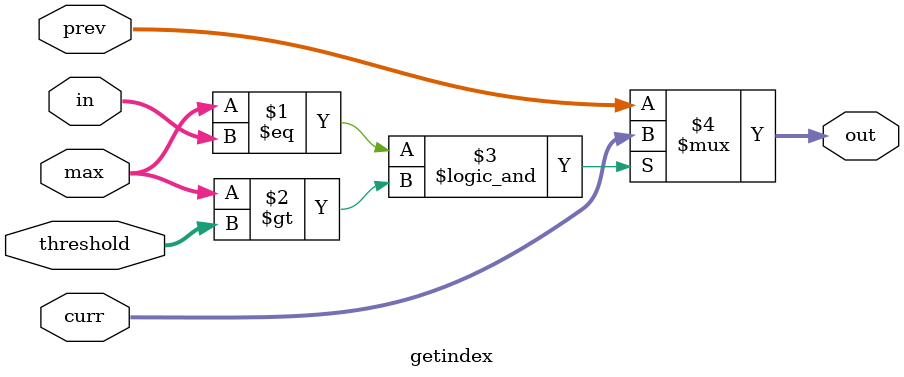
<source format=v>
module getmax(input [2375:0] in, input [26:0] threshold, output [6:0] out);
    //Stores the intermediate max values
    //[26:0] contains the max value out of all
    wire [2402:0] maxvalues;
    //[6:0] stores the index of highest amplitude
    //Note, indices go from high -> low
    wire [622:0] index;
    //Stores the reference indices
    //88 => A0
    //1 => C8
    wire [615:0] indices = {7'h58, 7'h57, 7'h56, 7'h55, 7'h54, 7'h53, 7'h52, 7'h51, 7'h50, 
                            7'h4f, 7'h4e, 7'h4d, 7'h4c, 7'h4b, 7'h4a, 7'h49, 7'h48, 7'h47, 7'h46, 7'h45, 7'h44, 7'h43, 7'h42, 7'h41, 7'h40, 
                            7'h3f, 7'h3e, 7'h3d, 7'h3c, 7'h3b, 7'h3a, 7'h39, 7'h38, 7'h37, 7'h36, 7'h35, 7'h34, 7'h33, 7'h32, 7'h31, 7'h30, 
                            7'h2f, 7'h2e, 7'h2d, 7'h2c, 7'h2b, 7'h2a, 7'h29, 7'h28, 7'h27, 7'h26, 7'h25, 7'h24, 7'h23, 7'h22, 7'h21, 7'h20, 
                            7'h1f, 7'h1e, 7'h1d, 7'h1c, 7'h1b, 7'h1a, 7'h19, 7'h18, 7'h17, 7'h16, 7'h15, 7'h14, 7'h13, 7'h12, 7'h11, 7'h10, 
                            7'hf, 7'he, 7'hd, 7'hc, 7'hb, 7'ha, 7'h9, 7'h8, 7'h7, 7'h6, 7'h5, 7'h4, 7'h3, 7'h2, 7'h1 };
    

    assign maxvalues[2402:2376] = 0;
    assign index[622:616] = 0;


    genvar i;
    generate
        for (i = 89; i > 1; i = i - 1) begin : for_compare
            compare compare(in[(i - 1) * 27 - 1 : (i - 2) * 27], maxvalues[i * 27 - 1 : (i - 1) * 27], maxvalues[(i - 1) * 27 - 1 : (i - 2) * 27]);
        end
    endgenerate

    // max: maxvalues[26:0];
    genvar j;
    generate
        for (i = 89; i > 1; i = i - 1) begin : for_index
            getindex getindex(maxvalues[26:0], in[(i - 1) * 27 - 1 : (i - 2) * 27], index[i * 7 - 1 : (i - 1) * 7], indices[(i - 1) * 7 - 1 : (i - 2) * 7], threshold, index[(i - 1) * 7 - 1 : (i - 2) * 7]);
        end
    endgenerate

    assign out = index[6:0];
endmodule

module compare(input [26:0] a, input [26:0] b, output [26:0] out);
    assign out = a > b ? a : b;
endmodule

module getindex (input [26:0] max, input [26:0] in, input [6:0] prev, input [6:0] curr, input [26:0] threshold, output [6:0] out);
    assign out = (max == in && max > threshold)? curr : prev;
endmodule
</source>
